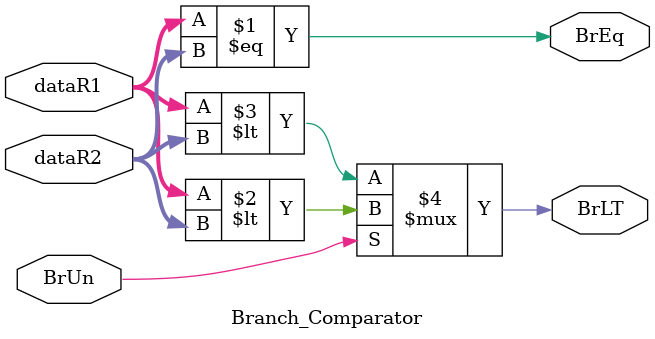
<source format=v>
module Branch_Comparator(
input  [31:0] dataR1,             //Data From First Register
input  [31:0] dataR2,             //Data From Second Register
input  BrUn,                      //For Branch Signed OR Unsigned
output BrEq,                      //Branch Equall
output BrLT                       //Branch Less
);                           
                                  //Equality Check For Both Signed AND Ansigned Numbers
   assign BrEq =(dataR1==dataR2); 
                                  //0 For Signed Numbers & 1 For Unsigned Numbers
   assign BrLT=(BrUn)?(dataR1<dataR2):($signed(dataR1)<$signed(dataR2));
endmodule
</source>
